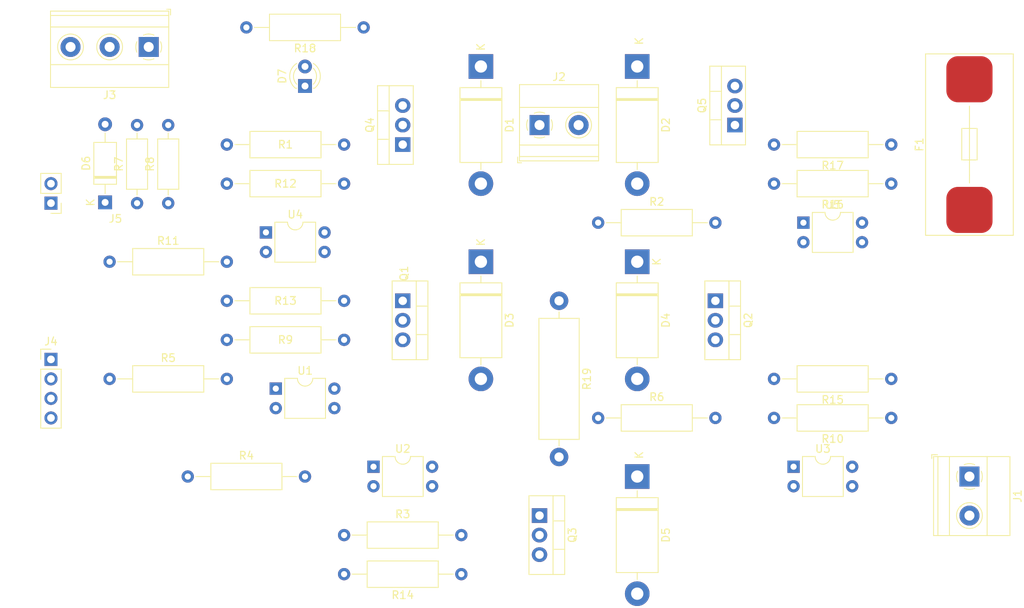
<source format=kicad_pcb>
(kicad_pcb (version 20240108) (generator "pcbnew") (generator_version "8.0")
  (layers (0 "F.Cu" signal) (31 "B.Cu" signal) (34 "B.Paste" user) (35 "F.Paste" user) (36 "B.SilkS" user "B.Silkscreen") (37 "F.SilkS" user "F.Silkscreen") (38 "B.Mask" user) (39 "F.Mask" user) (44 "Edge.Cuts" user))
  (net 0 "")
  (net 1 "VMotor")
  (net 2 "Motor+")
  (net 3 "Motor-")
  (net 4 "Net-(D3-A)")
  (net 5 "PotGND")
  (net 6 "MeasureUno")
  (net 7 "+24V")
  (net 8 "PotMeasure")
  (net 9 "INA")
  (net 10 "INB")
  (net 11 "ENABLE")
  (net 12 "Net-(Q1-G)")
  (net 13 "Net-(Q2-G)")
  (net 14 "Net-(Q3-G)")
  (net 15 "Net-(Q4-G)")
  (net 16 "Net-(Q5-G)")
  (net 17 "Net-(R2-Pad2)")
  (net 18 "Net-(R3-Pad1)")
  (net 19 "Net-(R4-Pad2)")
  (net 20 "Net-(R5-Pad2)")
  (net 21 "Net-(R6-Pad2)")
  (net 22 "Net-(R11-Pad2)")
  (net 23 "Net-(R12-Pad1)")
  (net 24 "Net-(R13-Pad1)")
  (net 25 "Net-(R15-Pad1)")
  (net 26 "Net-(R16-Pad1)")
  (net 27 "Net-(D7-K)")
  (footprint "TerminalBlock_Phoenix:TerminalBlock_Phoenix_MKDS-1,5-2-5.08_1x02_P5.08mm_Horizontal" (layer "F.Cu") (at 139.7 48.26)
    (property "Reference" "J2" (at 2.54 -6.26 0) (layer "F.SilkS"))
    (property "Value" "Sortie Moteur")
    (fp_line (start -2.84 4.16) (end -2.84 4.9) (stroke (width 0.12)) (layer "F.SilkS"))
    (fp_line (start -2.84 4.9) (end -2.34 4.9) (stroke (width 0.12)) (layer "F.SilkS"))
    (fp_line (start -2.6 -5.261) (end -2.6 4.66) (stroke (width 0.12)) (layer "F.SilkS"))
    (fp_line (start -2.6 -5.261) (end 7.68 -5.261) (stroke (width 0.12)) (layer "F.SilkS"))
    (fp_line (start -2.6 -2.301) (end 7.68 -2.301) (stroke (width 0.12)) (layer "F.SilkS"))
    (fp_line (start -2.6 2.6) (end 7.68 2.6) (stroke (width 0.12)) (layer "F.SilkS"))
    (fp_line (start -2.6 4.1) (end 7.68 4.1) (stroke (width 0.12)) (layer "F.SilkS"))
    (fp_line (start -2.6 4.66) (end 7.68 4.66) (stroke (width 0.12)) (layer "F.SilkS"))
    (fp_line (start 3.853 1.023) (end 3.806 1.069) (stroke (width 0.12)) (layer "F.SilkS"))
    (fp_line (start 4.046 1.239) (end 4.011 1.274) (stroke (width 0.12)) (layer "F.SilkS"))
    (fp_line (start 6.15 -1.275) (end 6.115 -1.239) (stroke (width 0.12)) (layer "F.SilkS"))
    (fp_line (start 6.355 -1.069) (end 6.308 -1.023) (stroke (width 0.12)) (layer "F.SilkS"))
    (fp_line (start 7.68 -5.261) (end 7.68 4.66) (stroke (width 0.12)) (layer "F.SilkS"))
    (fp_arc (start -1.535427 0.683042) (mid -1.680501 -0.000524) (end -1.535 -0.684) (stroke (width 0.12)) (layer "F.SilkS"))
    (fp_arc (start -0.683042 -1.535427) (mid 0.000524 -1.680501) (end 0.684 -1.535) (stroke (width 0.12)) (layer "F.SilkS"))
    (fp_arc (start 0.028805 1.680253) (mid -0.335551 1.646659) (end -0.684 1.535) (stroke (width 0.12)) (layer "F.SilkS"))
    (fp_arc (start 0.683318 1.534756) (mid 0.349292 1.643288) (end 0 1.68) (stroke (width 0.12)) (layer "F.SilkS"))
    (fp_arc (start 1.535427 -0.683042) (mid 1.680501 0.000524) (end 1.535 0.684) (stroke (width 0.12)) (layer "F.SilkS"))
    (fp_circle (center 5.08 0) (end 6.76 0) (stroke (width 0.12)) (fill none) (layer "F.SilkS"))
    (pad "1" thru_hole rect (at 0 0) (size 2.6 2.6) (drill 1.3) (layers "*.Cu" "*.Mask") (net 2 "Motor+"))
    (pad "2" thru_hole circle (at 5.08 0) (size 2.6 2.6) (drill 1.3) (layers "*.Cu" "*.Mask") (net 3 "Motor-"))
  )
  (footprint "PCM_Fuse_Handsoldering_AKL:Fuseholder_Cylinder-5x20mm_Schurter_OGN-SMD_Horizontal_Open" (layer "F.Cu") (at 195.58 50.8 90)
    (property "Reference" "F1" (at 0 -6.5 90) (layer "F.SilkS"))
    (property "Value" "4A TD" (hide yes))
    (fp_line (start 11.8 -5.7) (end -11.8 -5.7) (stroke (width 0.12)) (layer "F.SilkS"))
    (fp_line (start -11.8 -5.7) (end -11.8 5.7) (stroke (width 0.12)) (layer "F.SilkS"))
    (fp_line (start 5 0) (end -4 0) (stroke (width 0.12)) (layer "F.SilkS"))
    (fp_line (start -5 0) (end -4 0) (stroke (width 0.12)) (layer "F.SilkS"))
    (fp_line (start 11.8 5.7) (end 11.8 -5.7) (stroke (width 0.12)) (layer "F.SilkS"))
    (fp_line (start -11.8 5.7) (end 11.8 5.7) (stroke (width 0.12)) (layer "F.SilkS"))
    (fp_rect (start -2 -1) (end 2.1 1) (stroke (width 0.12)) (fill none) (layer "F.SilkS"))
    (pad "1" smd roundrect (at -8.5 0 90) (size 6 6) (layers "F.Cu" "F.Paste" "F.Mask") (net 7 "+24V"))
    (pad "2" smd roundrect (at 8.5 0 90) (size 6 6) (layers "F.Cu" "F.Paste" "F.Mask") (net 1 "VMotor"))
  )
  (footprint "Package_DIP:DIP-4_W7.62mm" (layer "F.Cu") (at 104.14 62.225)
    (property "Reference" "U4" (at 3.81 -2.33 0) (layer "F.SilkS"))
    (property "Value" "PC817")
    (fp_line (start 1.16 -1.33) (end 1.16 3.87) (stroke (width 0.12)) (layer "F.SilkS"))
    (fp_line (start 1.16 3.87) (end 6.46 3.87) (stroke (width 0.12)) (layer "F.SilkS"))
    (fp_line (start 2.81 -1.33) (end 1.16 -1.33) (stroke (width 0.12)) (layer "F.SilkS"))
    (fp_line (start 6.46 -1.33) (end 4.81 -1.33) (stroke (width 0.12)) (layer "F.SilkS"))
    (fp_line (start 6.46 3.87) (end 6.46 -1.33) (stroke (width 0.12)) (layer "F.SilkS"))
    (fp_arc (start 4.81 -1.33) (mid 3.81 -0.33) (end 2.81 -1.33) (stroke (width 0.12)) (layer "F.SilkS"))
    (pad "1" thru_hole rect (at 0 0) (size 1.6 1.6) (drill 0.8) (layers "*.Cu" "*.Mask") (net 22 "Net-(R11-Pad2)"))
    (pad "2" thru_hole oval (at 0 2.54) (size 1.6 1.6) (drill 0.8) (layers "*.Cu" "*.Mask") (net 5 "PotGND"))
    (pad "3" thru_hole oval (at 7.62 2.54) (size 1.6 1.6) (drill 0.8) (layers "*.Cu" "*.Mask") (net 5 "PotGND"))
    (pad "4" thru_hole oval (at 7.62 0) (size 1.6 1.6) (drill 0.8) (layers "*.Cu" "*.Mask") (net 23 "Net-(R12-Pad1)"))
  )
  (footprint "Resistor_THT:R_Axial_DIN0309_L9.0mm_D3.2mm_P15.24mm_Horizontal" (layer "F.Cu") (at 114.3 55.88 180)
    (property "Reference" "R12" (at 7.62 0 0) (layer "F.SilkS"))
    (property "Value" "2.2K")
    (fp_line (start 14.2 0) (end 12.24 0) (stroke (width 0.12)) (layer "F.SilkS"))
    (fp_line (start 12.24 1.72) (end 12.24 -1.72) (stroke (width 0.12)) (layer "F.SilkS"))
    (fp_line (start 12.24 -1.72) (end 3 -1.72) (stroke (width 0.12)) (layer "F.SilkS"))
    (fp_line (start 3 1.72) (end 12.24 1.72) (stroke (width 0.12)) (layer "F.SilkS"))
    (fp_line (start 3 -1.72) (end 3 1.72) (stroke (width 0.12)) (layer "F.SilkS"))
    (fp_line (start 1.04 0) (end 3 0) (stroke (width 0.12)) (layer "F.SilkS"))
    (pad "1" thru_hole circle (at 0 0 180) (size 1.6 1.6) (drill 0.8) (layers "*.Cu" "*.Mask") (net 23 "Net-(R12-Pad1)"))
    (pad "2" thru_hole oval (at 15.24 0 180) (size 1.6 1.6) (drill 0.8) (layers "*.Cu" "*.Mask") (net 15 "Net-(Q4-G)"))
  )
  (footprint "Diode_THT:D_DO-201AD_P15.24mm_Horizontal" (layer "F.Cu") (at 152.4 93.98 -90)
    (property "Reference" "D5" (at 7.62 -3.72 90) (layer "F.SilkS"))
    (property "Value" "1N5406")
    (fp_line (start 2.75 2.72) (end 12.49 2.72) (stroke (width 0.12)) (layer "F.SilkS"))
    (fp_line (start 12.49 2.72) (end 12.49 -2.72) (stroke (width 0.12)) (layer "F.SilkS"))
    (fp_line (start 1.84 0) (end 2.75 0) (stroke (width 0.12)) (layer "F.SilkS"))
    (fp_line (start 13.4 0) (end 12.49 0) (stroke (width 0.12)) (layer "F.SilkS"))
    (fp_line (start 2.75 -2.72) (end 2.75 2.72) (stroke (width 0.12)) (layer "F.SilkS"))
    (fp_line (start 4.175 -2.72) (end 4.175 2.72) (stroke (width 0.12)) (layer "F.SilkS"))
    (fp_line (start 4.295 -2.72) (end 4.295 2.72) (stroke (width 0.12)) (layer "F.SilkS"))
    (fp_line (start 4.415 -2.72) (end 4.415 2.72) (stroke (width 0.12)) (layer "F.SilkS"))
    (fp_line (start 12.49 -2.72) (end 2.75 -2.72) (stroke (width 0.12)) (layer "F.SilkS"))
    (fp_text user "K" (at -2.794 -0.254 90) (layer "F.SilkS"))
    (pad "1" thru_hole rect (at 0 0 270) (size 3.2 3.2) (drill 1.6) (layers "*.Cu" "*.Mask") (net 4 "Net-(D3-A)"))
    (pad "2" thru_hole oval (at 15.24 0 270) (size 3.2 3.2) (drill 1.6) (layers "*.Cu" "*.Mask") (net 5 "PotGND"))
  )
  (footprint "Connector_PinHeader_2.54mm:PinHeader_1x02_P2.54mm_Vertical" (layer "F.Cu") (at 76.2 58.42 180)
    (property "Reference" "J5" (at -8.387 -2.032 0) (layer "F.SilkS"))
    (property "Value" "Sortie Mesure vers UNO")
    (fp_line (start 1.33 1.27) (end 1.33 3.87) (stroke (width 0.12)) (layer "F.SilkS"))
    (fp_line (start -1.33 3.87) (end 1.33 3.87) (stroke (width 0.12)) (layer "F.SilkS"))
    (fp_line (start -1.33 1.27) (end 1.33 1.27) (stroke (width 0.12)) (layer "F.SilkS"))
    (fp_line (start -1.33 1.27) (end -1.33 3.87) (stroke (width 0.12)) (layer "F.SilkS"))
    (fp_line (start -1.33 0) (end -1.33 -1.33) (stroke (width 0.12)) (layer "F.SilkS"))
    (fp_line (start -1.33 -1.33) (end 0 -1.33) (stroke (width 0.12)) (layer "F.SilkS"))
    (pad "1" thru_hole rect (at 0 0 180) (size 1.7 1.7) (drill 1) (layers "*.Cu" "*.Mask") (net 6 "MeasureUno"))
    (pad "2" thru_hole oval (at 0 2.54 180) (size 1.7 1.7) (drill 1) (layers "*.Cu" "*.Mask") (net 5 "PotGND"))
  )
  (footprint "Package_DIP:DIP-4_W7.62mm" (layer "F.Cu") (at 172.72 92.705)
    (property "Reference" "U3" (at 3.81 -2.33 0) (layer "F.SilkS"))
    (property "Value" "PC817")
    (fp_line (start 1.16 -1.33) (end 1.16 3.87) (stroke (width 0.12)) (layer "F.SilkS"))
    (fp_line (start 1.16 3.87) (end 6.46 3.87) (stroke (width 0.12)) (layer "F.SilkS"))
    (fp_line (start 2.81 -1.33) (end 1.16 -1.33) (stroke (width 0.12)) (layer "F.SilkS"))
    (fp_line (start 6.46 -1.33) (end 4.81 -1.33) (stroke (width 0.12)) (layer "F.SilkS"))
    (fp_line (start 6.46 3.87) (end 6.46 -1.33) (stroke (width 0.12)) (layer "F.SilkS"))
    (fp_arc (start 4.81 -1.33) (mid 3.81 -0.33) (end 2.81 -1.33) (stroke (width 0.12)) (layer "F.SilkS"))
    (pad "1" thru_hole rect (at 0 0) (size 1.6 1.6) (drill 0.8) (layers "*.Cu" "*.Mask") (net 21 "Net-(R6-Pad2)"))
    (pad "2" thru_hole oval (at 0 2.54) (size 1.6 1.6) (drill 0.8) (layers "*.Cu" "*.Mask") (net 5 "PotGND"))
    (pad "3" thru_hole oval (at 7.62 2.54) (size 1.6 1.6) (drill 0.8) (layers "*.Cu" "*.Mask") (net 25 "Net-(R15-Pad1)"))
    (pad "4" thru_hole oval (at 7.62 0) (size 1.6 1.6) (drill 0.8) (layers "*.Cu" "*.Mask") (net 1 "VMotor"))
  )
  (footprint "LED_THT:LED_D3.0mm" (layer "F.Cu") (at 109.22 43.18 90)
    (property "Reference" "D7" (at 1.27 -2.96 90) (layer "F.SilkS"))
    (property "Value" "LED")
    (fp_line (start -0.29 -1.236) (end -0.29 -1.08) (stroke (width 0.12)) (layer "F.SilkS"))
    (fp_line (start -0.29 1.08) (end -0.29 1.236) (stroke (width 0.12)) (layer "F.SilkS"))
    (fp_arc (start -0.29 -1.235516) (mid 1.366487 -1.987659) (end 2.942335 -1.078608) (stroke (width 0.12)) (layer "F.SilkS"))
    (fp_arc (start 0.229039 -1.08) (mid 1.270117 -1.5) (end 2.31113 -1.079837) (stroke (width 0.12)) (layer "F.SilkS"))
    (fp_arc (start 2.942335 1.078608) (mid 1.366487 1.987659) (end -0.29 1.235516) (stroke (width 0.12)) (layer "F.SilkS"))
    (fp_arc (start 2.31113 1.079837) (mid 1.270117 1.5) (end 0.229039 1.08) (stroke (width 0.12)) (layer "F.SilkS"))
    (pad "1" thru_hole rect (at 0 0 90) (size 1.8 1.8) (drill 0.9) (layers "*.Cu" "*.Mask") (net 27 "Net-(D7-K)"))
    (pad "2" thru_hole circle (at 2.54 0 90) (size 1.8 1.8) (drill 0.9) (layers "*.Cu" "*.Mask") (net 1 "VMotor"))
  )
  (footprint "TerminalBlock_Phoenix:TerminalBlock_Phoenix_MKDS-1,5-2-5.08_1x02_P5.08mm_Horizontal" (layer "F.Cu") (at 195.58 93.98 -90)
    (property "Reference" "J1" (at 2.54 -6.26 90) (layer "F.SilkS"))
    (property "Value" "Alimentation Batterie 24V")
    (fp_line (start -2.84 4.9) (end -2.34 4.9) (stroke (width 0.12)) (layer "F.SilkS"))
    (fp_line (start -2.6 4.66) (end 7.68 4.66) (stroke (width 0.12)) (layer "F.SilkS"))
    (fp_line (start -2.84 4.16) (end -2.84 4.9) (stroke (width 0.12)) (layer "F.SilkS"))
    (fp_line (start -2.6 4.1) (end 7.68 4.1) (stroke (width 0.12)) (layer "F.SilkS"))
    (fp_line (start -2.6 2.6) (end 7.68 2.6) (stroke (width 0.12)) (layer "F.SilkS"))
    (fp_line (start 4.046 1.239) (end 4.011 1.274) (stroke (width 0.12)) (layer "F.SilkS"))
    (fp_line (start 3.853 1.023) (end 3.806 1.069) (stroke (width 0.12)) (layer "F.SilkS"))
    (fp_line (start 6.355 -1.069) (end 6.308 -1.023) (stroke (width 0.12)) (layer "F.SilkS"))
    (fp_line (start 6.15 -1.275) (end 6.115 -1.239) (stroke (width 0.12)) (layer "F.SilkS"))
    (fp_line (start -2.6 -2.301) (end 7.68 -2.301) (stroke (width 0.12)) (layer "F.SilkS"))
    (fp_line (start -2.6 -5.261) (end -2.6 4.66) (stroke (width 0.12)) (layer "F.SilkS"))
    (fp_line (start -2.6 -5.261) (end 7.68 -5.261) (stroke (width 0.12)) (layer "F.SilkS"))
    (fp_line (start 7.68 -5.261) (end 7.68 4.66) (stroke (width 0.12)) (layer "F.SilkS"))
    (fp_arc (start 0.028805 1.680253) (mid -0.335551 1.646659) (end -0.684 1.535) (stroke (width 0.12)) (layer "F.SilkS"))
    (fp_arc (start 0.683318 1.534756) (mid 0.349292 1.643288) (end 0 1.68) (stroke (width 0.12)) (layer "F.SilkS"))
    (fp_arc (start -1.535427 0.683042) (mid -1.680501 -0.000524) (end -1.535 -0.684) (stroke (width 0.12)) (layer "F.SilkS"))
    (fp_arc (start 1.535427 -0.683042) (mid 1.680501 0.000524) (end 1.535 0.684) (stroke (width 0.12)) (layer "F.SilkS"))
    (fp_arc (start -0.683042 -1.535427) (mid 0.000524 -1.680501) (end 0.684 -1.535) (stroke (width 0.12)) (layer "F.SilkS"))
    (fp_circle (center 5.08 0) (end 6.76 0) (stroke (width 0.12)) (fill none) (layer "F.SilkS"))
    (pad "1" thru_hole rect (at 0 0 270) (size 2.6 2.6) (drill 1.3) (layers "*.Cu" "*.Mask") (net 7 "+24V"))
    (pad "2" thru_hole circle (at 5.08 0 270) (size 2.6 2.6) (drill 1.3) (layers "*.Cu" "*.Mask") (net 5 "PotGND"))
  )
  (footprint "Package_DIP:DIP-4_W7.62mm" (layer "F.Cu") (at 118.12 92.705)
    (property "Reference" "U2" (at 3.81 -2.33 0) (layer "F.SilkS"))
    (property "Value" "PC817")
    (fp_line (start 1.16 -1.33) (end 1.16 3.87) (stroke (width 0.12)) (layer "F.SilkS"))
    (fp_line (start 1.16 3.87) (end 6.46 3.87) (stroke (width 0.12)) (layer "F.SilkS"))
    (fp_line (start 2.81 -1.33) (end 1.16 -1.33) (stroke (width 0.12)) (layer "F.SilkS"))
    (fp_line (start 6.46 -1.33) (end 4.81 -1.33) (stroke (width 0.12)) (layer "F.SilkS"))
    (fp_line (start 6.46 3.87) (end 6.46 -1.33) (stroke (width 0.12)) (layer "F.SilkS"))
    (fp_arc (start 4.81 -1.33) (mid 3.81 -0.33) (end 2.81 -1.33) (stroke (width 0.12)) (layer "F.SilkS"))
    (pad "1" thru_hole rect (at 0 0) (size 1.6 1.6) (drill 0.8) (layers "*.Cu" "*.Mask") (net 19 "Net-(R4-Pad2)"))
    (pad "2" thru_hole oval (at 0 2.54) (size 1.6 1.6) (drill 0.8) (layers "*.Cu" "*.Mask") (net 5 "PotGND"))
    (pad "3" thru_hole oval (at 7.62 2.54) (size 1.6 1.6) (drill 0.8) (layers "*.Cu" "*.Mask") (net 18 "Net-(R3-Pad1)"))
    (pad "4" thru_hole oval (at 7.62 0) (size 1.6 1.6) (drill 0.8) (layers "*.Cu" "*.Mask") (net 1 "VMotor"))
  )
  (footprint "Package_TO_SOT_THT:TO-220-3_Vertical" (layer "F.Cu") (at 162.56 71.12 -90)
    (property "Reference" "Q2" (at 2.54 -4.27 90) (layer "F.SilkS"))
    (property "Value" "IRF520")
    (fp_line (start -2.58 1.371) (end 7.66 1.371) (stroke (width 0.12)) (layer "F.SilkS"))
    (fp_line (start -2.58 -1.76) (end 7.66 -1.76) (stroke (width 0.12)) (layer "F.SilkS"))
    (fp_line (start -2.58 -3.27) (end -2.58 1.371) (stroke (width 0.12)) (layer "F.SilkS"))
    (fp_line (start -2.58 -3.27) (end 7.66 -3.27) (stroke (width 0.12)) (layer "F.SilkS"))
    (fp_line (start 0.69 -3.27) (end 0.69 -1.76) (stroke (width 0.12)) (layer "F.SilkS"))
    (fp_line (start 4.391 -3.27) (end 4.391 -1.76) (stroke (width 0.12)) (layer "F.SilkS"))
    (fp_line (start 7.66 -3.27) (end 7.66 1.371) (stroke (width 0.12)) (layer "F.SilkS"))
    (pad "1" thru_hole rect (at 0 0 270) (size 1.905 2) (drill 1.1) (layers "*.Cu" "*.Mask") (net 13 "Net-(Q2-G)"))
    (pad "2" thru_hole oval (at 2.54 0 270) (size 1.905 2) (drill 1.1) (layers "*.Cu" "*.Mask") (net 3 "Motor-"))
    (pad "3" thru_hole oval (at 5.08 0 270) (size 1.905 2) (drill 1.1) (layers "*.Cu" "*.Mask") (net 4 "Net-(D3-A)"))
  )
  (footprint "Package_DIP:DIP-4_W7.62mm" (layer "F.Cu") (at 174 60.96)
    (property "Reference" "U5" (at 3.81 -2.33 0) (layer "F.SilkS"))
    (property "Value" "PC817")
    (fp_line (start 1.16 -1.33) (end 1.16 3.87) (stroke (width 0.12)) (layer "F.SilkS"))
    (fp_line (start 1.16 3.87) (end 6.46 3.87) (stroke (width 0.12)) (layer "F.SilkS"))
    (fp_line (start 2.81 -1.33) (end 1.16 -1.33) (stroke (width 0.12)) (layer "F.SilkS"))
    (fp_line (start 6.46 -1.33) (end 4.81 -1.33) (stroke (width 0.12)) (layer "F.SilkS"))
    (fp_line (start 6.46 3.87) (end 6.46 -1.33) (stroke (width 0.12)) (layer "F.SilkS"))
    (fp_arc (start 4.81 -1.33) (mid 3.81 -0.33) (end 2.81 -1.33) (stroke (width 0.12)) (layer "F.SilkS"))
    (pad "1" thru_hole rect (at 0 0) (size 1.6 1.6) (drill 0.8) (layers "*.Cu" "*.Mask") (net 17 "Net-(R2-Pad2)"))
    (pad "2" thru_hole oval (at 0 2.54) (size 1.6 1.6) (drill 0.8) (layers "*.Cu" "*.Mask") (net 5 "PotGND"))
    (pad "3" thru_hole oval (at 7.62 2.54) (size 1.6 1.6) (drill 0.8) (layers "*.Cu" "*.Mask") (net 5 "PotGND"))
    (pad "4" thru_hole oval (at 7.62 0) (size 1.6 1.6) (drill 0.8) (layers "*.Cu" "*.Mask") (net 26 "Net-(R16-Pad1)"))
  )
  (footprint "Resistor_THT:R_Axial_DIN0309_L9.0mm_D3.2mm_P15.24mm_Horizontal" (layer "F.Cu") (at 114.3 101.6)
    (property "Reference" "R3" (at 7.62 -2.72 0) (layer "F.SilkS"))
    (property "Value" "2.2K")
    (fp_line (start 1.04 0) (end 3 0) (stroke (width 0.12)) (layer "F.SilkS"))
    (fp_line (start 3 -1.72) (end 3 1.72) (stroke (width 0.12)) (layer "F.SilkS"))
    (fp_line (start 3 1.72) (end 12.24 1.72) (stroke (width 0.12)) (layer "F.SilkS"))
    (fp_line (start 12.24 -1.72) (end 3 -1.72) (stroke (width 0.12)) (layer "F.SilkS"))
    (fp_line (start 12.24 1.72) (end 12.24 -1.72) (stroke (width 0.12)) (layer "F.SilkS"))
    (fp_line (start 14.2 0) (end 12.24 0) (stroke (width 0.12)) (layer "F.SilkS"))
    (pad "1" thru_hole circle (at 0 0) (size 1.6 1.6) (drill 0.8) (layers "*.Cu" "*.Mask") (net 18 "Net-(R3-Pad1)"))
    (pad "2" thru_hole oval (at 15.24 0) (size 1.6 1.6) (drill 0.8) (layers "*.Cu" "*.Mask") (net 14 "Net-(Q3-G)"))
  )
  (footprint "Resistor_THT:R_Axial_DIN0207_L6.3mm_D2.5mm_P10.16mm_Horizontal" (layer "F.Cu") (at 91.44 58.42 90)
    (property "Reference" "R8" (at 5.08 -2.37 90) (layer "F.SilkS"))
    (property "Value" "1K")
    (fp_line (start 8.35 -1.37) (end 1.81 -1.37) (stroke (width 0.12)) (layer "F.SilkS"))
    (fp_line (start 1.81 -1.37) (end 1.81 1.37) (stroke (width 0.12)) (layer "F.SilkS"))
    (fp_line (start 9.12 0) (end 8.35 0) (stroke (width 0.12)) (layer "F.SilkS"))
    (fp_line (start 1.04 0) (end 1.81 0) (stroke (width 0.12)) (layer "F.SilkS"))
    (fp_line (start 8.35 1.37) (end 8.35 -1.37) (stroke (width 0.12)) (layer "F.SilkS"))
    (fp_line (start 1.81 1.37) (end 8.35 1.37) (stroke (width 0.12)) (layer "F.SilkS"))
    (pad "1" thru_hole circle (at 0 0 90) (size 1.6 1.6) (drill 0.8) (layers "*.Cu" "*.Mask") (net 6 "MeasureUno"))
    (pad "2" thru_hole oval (at 10.16 0 90) (size 1.6 1.6) (drill 0.8) (layers "*.Cu" "*.Mask") (net 5 "PotGND"))
  )
  (footprint "Resistor_THT:R_Axial_DIN0309_L9.0mm_D3.2mm_P15.24mm_Horizontal" (layer "F.Cu") (at 185.42 55.88 180)
    (property "Reference" "R16" (at 7.62 -2.72 180) (layer "F.SilkS"))
    (property "Value" "2.2K")
    (fp_line (start 14.2 0) (end 12.24 0) (stroke (width 0.12)) (layer "F.SilkS"))
    (fp_line (start 12.24 1.72) (end 12.24 -1.72) (stroke (width 0.12)) (layer "F.SilkS"))
    (fp_line (start 12.24 -1.72) (end 3 -1.72) (stroke (width 0.12)) (layer "F.SilkS"))
    (fp_line (start 3 1.72) (end 12.24 1.72) (stroke (width 0.12)) (layer "F.SilkS"))
    (fp_line (start 3 -1.72) (end 3 1.72) (stroke (width 0.12)) (layer "F.SilkS"))
    (fp_line (start 1.04 0) (end 3 0) (stroke (width 0.12)) (layer "F.SilkS"))
    (pad "1" thru_hole circle (at 0 0 180) (size 1.6 1.6) (drill 0.8) (layers "*.Cu" "*.Mask") (net 26 "Net-(R16-Pad1)"))
    (pad "2" thru_hole oval (at 15.24 0 180) (size 1.6 1.6) (drill 0.8) (layers "*.Cu" "*.Mask") (net 16 "Net-(Q5-G)"))
  )
  (footprint "Diode_THT:D_DO-201AD_P15.24mm_Horizontal" (layer "F.Cu") (at 152.4 66.04 -90)
    (property "Reference" "D4" (at 7.62 -3.72 90) (layer "F.SilkS"))
    (property "Value" "1N5406")
    (fp_line (start 2.75 2.72) (end 12.49 2.72) (stroke (width 0.12)) (layer "F.SilkS"))
    (fp_line (start 12.49 2.72) (end 12.49 -2.72) (stroke (width 0.12)) (layer "F.SilkS"))
    (fp_line (start 1.84 0) (end 2.75 0) (stroke (width 0.12)) (layer "F.SilkS"))
    (fp_line (start 13.4 0) (end 12.49 0) (stroke (width 0.12)) (layer "F.SilkS"))
    (fp_line (start 2.75 -2.72) (end 2.75 2.72) (stroke (width 0.12)) (layer "F.SilkS"))
    (fp_line (start 4.175 -2.72) (end 4.175 2.72) (stroke (width 0.12)) (layer "F.SilkS"))
    (fp_line (start 4.295 -2.72) (end 4.295 2.72) (stroke (width 0.12)) (layer "F.SilkS"))
    (fp_line (start 4.415 -2.72) (end 4.415 2.72) (stroke (width 0.12)) (layer "F.SilkS"))
    (fp_line (start 12.49 -2.72) (end 2.75 -2.72) (stroke (width 0.12)) (layer "F.SilkS"))
    (fp_text user "K" (at 0 -2.54 90) (layer "F.SilkS"))
    (pad "1" thru_hole rect (at 0 0 270) (size 3.2 3.2) (drill 1.6) (layers "*.Cu" "*.Mask") (net 3 "Motor-"))
    (pad "2" thru_hole oval (at 15.24 0 270) (size 3.2 3.2) (drill 1.6) (layers "*.Cu" "*.Mask") (net 4 "Net-(D3-A)"))
  )
  (footprint "Package_DIP:DIP-4_W7.62mm" (layer "F.Cu") (at 105.42 82.545)
    (property "Reference" "U1" (at 3.81 -2.33 0) (layer "F.SilkS"))
    (property "Value" "PC817")
    (fp_line (start 1.16 -1.33) (end 1.16 3.87) (stroke (width 0.12)) (layer "F.SilkS"))
    (fp_line (start 1.16 3.87) (end 6.46 3.87) (stroke (width 0.12)) (layer "F.SilkS"))
    (fp_line (start 2.81 -1.33) (end 1.16 -1.33) (stroke (width 0.12)) (layer "F.SilkS"))
    (fp_line (start 6.46 -1.33) (end 4.81 -1.33) (stroke (width 0.12)) (layer "F.SilkS"))
    (fp_line (start 6.46 3.87) (end 6.46 -1.33) (stroke (width 0.12)) (layer "F.SilkS"))
    (fp_arc (start 4.81 -1.33) (mid 3.81 -0.33) (end 2.81 -1.33) (stroke (width 0.12)) (layer "F.SilkS"))
    (pad "1" thru_hole rect (at 0 0) (size 1.6 1.6) (drill 0.8) (layers "*.Cu" "*.Mask") (net 20 "Net-(R5-Pad2)"))
    (pad "2" thru_hole oval (at 0 2.54) (size 1.6 1.6) (drill 0.8) (layers "*.Cu" "*.Mask") (net 5 "PotGND"))
    (pad "3" thru_hole oval (at 7.62 2.54) (size 1.6 1.6) (drill 0.8) (layers "*.Cu" "*.Mask") (net 24 "Net-(R13-Pad1)"))
    (pad "4" thru_hole oval (at 7.62 0) (size 1.6 1.6) (drill 0.8) (layers "*.Cu" "*.Mask") (net 1 "VMotor"))
  )
  (footprint "Connector_PinHeader_2.54mm:PinHeader_1x04_P2.54mm_Vertical" (layer "F.Cu") (at 76.2 78.74)
    (property "Reference" "J4" (at 0 -2.33 360) (layer "F.SilkS"))
    (property "Value" "Controle du Pont")
    (fp_line (start -1.33 -1.33) (end 0 -1.33) (stroke (width 0.12)) (layer "F.SilkS"))
    (fp_line (start -1.33 0) (end -1.33 -1.33) (stroke (width 0.12)) (layer "F.SilkS"))
    (fp_line (start -1.33 1.27) (end -1.33 8.95) (stroke (width 0.12)) (layer "F.SilkS"))
    (fp_line (start -1.33 1.27) (end 1.33 1.27) (stroke (width 0.12)) (layer "F.SilkS"))
    (fp_line (start -1.33 8.95) (end 1.33 8.95) (stroke (width 0.12)) (layer "F.SilkS"))
    (fp_line (start 1.33 1.27) (end 1.33 8.95) (stroke (width 0.12)) (layer "F.SilkS"))
    (pad "1" thru_hole rect (at 0 0) (size 1.7 1.7) (drill 1) (layers "*.Cu" "*.Mask") (net 9 "INA"))
    (pad "2" thru_hole oval (at 0 2.54) (size 1.7 1.7) (drill 1) (layers "*.Cu" "*.Mask") (net 10 "INB"))
    (pad "3" thru_hole oval (at 0 5.08) (size 1.7 1.7) (drill 1) (layers "*.Cu" "*.Mask") (net 11 "ENABLE"))
    (pad "4" thru_hole oval (at 0 7.62) (size 1.7 1.7) (drill 1) (layers "*.Cu" "*.Mask") (net 5 "PotGND"))
  )
  (footprint "Resistor_THT:R_Axial_DIN0309_L9.0mm_D3.2mm_P15.24mm_Horizontal" (layer "F.Cu") (at 83.82 66.04)
    (property "Reference" "R11" (at 7.62 -2.72 0) (layer "F.SilkS"))
    (property "Value" "470")
    (fp_line (start 1.04 0) (end 3 0) (stroke (width 0.12)) (layer "F.SilkS"))
    (fp_line (start 3 -1.72) (end 3 1.72) (stroke (width 0.12)) (layer "F.SilkS"))
    (fp_line (start 3 1.72) (end 12.24 1.72) (stroke (width 0.12)) (layer "F.SilkS"))
    (fp_line (start 12.24 -1.72) (end 3 -1.72) (stroke (width 0.12)) (layer "F.SilkS"))
    (fp_line (start 12.24 1.72) (end 12.24 -1.72) (stroke (width 0.12)) (layer "F.SilkS"))
    (fp_line (start 14.2 0) (end 12.24 0) (stroke (width 0.12)) (layer "F.SilkS"))
    (pad "1" thru_hole circle (at 0 0) (size 1.6 1.6) (drill 0.8) (layers "*.Cu" "*.Mask") (net 9 "INA"))
    (pad "2" thru_hole oval (at 15.24 0) (size 1.6 1.6) (drill 0.8) (layers "*.Cu" "*.Mask") (net 22 "Net-(R11-Pad2)"))
  )
  (footprint "Resistor_THT:R_Axial_DIN0207_L6.3mm_D2.5mm_P10.16mm_Horizontal" (layer "F.Cu") (at 87.39 58.42 90)
    (property "Reference" "R7" (at 5.08 -2.37 90) (layer "F.SilkS"))
    (property "Value" "2.7K")
    (fp_line (start 8.35 -1.37) (end 1.81 -1.37) (stroke (width 0.12)) (layer "F.SilkS"))
    (fp_line (start 1.81 -1.37) (end 1.81 1.37) (stroke (width 0.12)) (layer "F.SilkS"))
    (fp_line (start 9.12 0) (end 8.35 0) (stroke (width 0.12)) (layer "F.SilkS"))
    (fp_line (start 1.04 0) (end 1.81 0) (stroke (width 0.12)) (layer "F.SilkS"))
    (fp_line (start 8.35 1.37) (end 8.35 -1.37) (stroke (width 0.12)) (layer "F.SilkS"))
    (fp_line (start 1.81 1.37) (end 8.35 1.37) (stroke (width 0.12)) (layer "F.SilkS"))
    (pad "1" thru_hole circle (at 0 0 90) (size 1.6 1.6) (drill 0.8) (layers "*.Cu" "*.Mask") (net 6 "MeasureUno"))
    (pad "2" thru_hole oval (at 10.16 0 90) (size 1.6 1.6) (drill 0.8) (layers "*.Cu" "*.Mask") (net 8 "PotMeasure"))
  )
  (footprint "Resistor_THT:R_Axial_DIN0309_L9.0mm_D3.2mm_P15.24mm_Horizontal" (layer "F.Cu") (at 116.84 35.56 180)
    (property "Reference" "R18" (at 7.62 -2.72 180) (layer "F.SilkS"))
    (property "Value" "3.3K")
    (fp_line (start 14.2 0) (end 12.24 0) (stroke (width 0.12)) (layer "F.SilkS"))
    (fp_line (start 12.24 1.72) (end 12.24 -1.72) (stroke (width 0.12)) (layer "F.SilkS"))
    (fp_line (start 12.24 -1.72) (end 3 -1.72) (stroke (width 0.12)) (layer "F.SilkS"))
    (fp_line (start 3 1.72) (end 12.24 1.72) (stroke (width 0.12)) (layer "F.SilkS"))
    (fp_line (start 3 -1.72) (end 3 1.72) (stroke (width 0.12)) (layer "F.SilkS"))
    (fp_line (start 1.04 0) (end 3 0) (stroke (width 0.12)) (layer "F.SilkS"))
    (pad "1" thru_hole circle (at 0 0 180) (size 1.6 1.6) (drill 0.8) (layers "*.Cu" "*.Mask") (net 27 "Net-(D7-K)"))
    (pad "2" thru_hole oval (at 15.24 0 180) (size 1.6 1.6) (drill 0.8) (layers "*.Cu" "*.Mask") (net 5 "PotGND"))
  )
  (footprint "Resistor_THT:R_Axial_DIN0309_L9.0mm_D3.2mm_P15.24mm_Horizontal" (layer "F.Cu") (at 185.42 86.36 180)
    (property "Reference" "R10" (at 7.62 -2.72 180) (layer "F.SilkS"))
    (property "Value" "1K")
    (fp_line (start 14.2 0) (end 12.24 0) (stroke (width 0.12)) (layer "F.SilkS"))
    (fp_line (start 12.24 1.72) (end 12.24 -1.72) (stroke (width 0.12)) (layer "F.SilkS"))
    (fp_line (start 12.24 -1.72) (end 3 -1.72) (stroke (width 0.12)) (layer "F.SilkS"))
    (fp_line (start 3 1.72) (end 12.24 1.72) (stroke (width 0.12)) (layer "F.SilkS"))
    (fp_line (start 3 -1.72) (end 3 1.72) (stroke (width 0.12)) (layer "F.SilkS"))
    (fp_line (start 1.04 0) (end 3 0) (stroke (width 0.12)) (layer "F.SilkS"))
    (pad "1" thru_hole circle (at 0 0 180) (size 1.6 1.6) (drill 0.8) (layers "*.Cu" "*.Mask") (net 13 "Net-(Q2-G)"))
    (pad "2" thru_hole oval (at 15.24 0 180) (size 1.6 1.6) (drill 0.8) (layers "*.Cu" "*.Mask") (net 4 "Net-(D3-A)"))
  )
  (footprint "Package_TO_SOT_THT:TO-220-3_Vertical" (layer "F.Cu") (at 139.7 99.06 -90)
    (property "Reference" "Q3" (at 2.54 -4.27 90) (layer "F.SilkS"))
    (property "Value" "IRF520")
    (fp_line (start -2.58 1.371) (end 7.66 1.371) (stroke (width 0.12)) (layer "F.SilkS"))
    (fp_line (start -2.58 -1.76) (end 7.66 -1.76) (stroke (width 0.12)) (layer "F.SilkS"))
    (fp_line (start -2.58 -3.27) (end -2.58 1.371) (stroke (width 0.12)) (layer "F.SilkS"))
    (fp_line (start -2.58 -3.27) (end 7.66 -3.27) (stroke (width 0.12)) (layer "F.SilkS"))
    (fp_line (start 0.69 -3.27) (end 0.69 -1.76) (stroke (width 0.12)) (layer "F.SilkS"))
    (fp_line (start 4.391 -3.27) (end 4.391 -1.76) (stroke (width 0.12)) (layer "F.SilkS"))
    (fp_line (start 7.66 -3.27) (end 7.66 1.371) (stroke (width 0.12)) (layer "F.SilkS"))
    (pad "1" thru_hole rect (at 0 0 270) (size 1.905 2) (drill 1.1) (layers "*.Cu" "*.Mask") (net 14 "Net-(Q3-G)"))
    (pad "2" thru_hole oval (at 2.54 0 270) (size 1.905 2) (drill 1.1) (layers "*.Cu" "*.Mask") (net 4 "Net-(D3-A)"))
    (pad "3" thru_hole oval (at 5.08 0 270) (size 1.905 2) (drill 1.1) (layers "*.Cu" "*.Mask") (net 5 "PotGND"))
  )
  (footprint "Resistor_THT:R_Axial_DIN0309_L9.0mm_D3.2mm_P15.24mm_Horizontal" (layer "F.Cu") (at 114.3 50.8 180)
    (property "Reference" "R1" (at 7.62 0 0) (layer "F.SilkS"))
    (property "Value" "1K")
    (fp_line (start 14.2 0) (end 12.24 0) (stroke (width 0.12)) (layer "F.SilkS"))
    (fp_line (start 12.24 1.72) (end 12.24 -1.72) (stroke (width 0.12)) (layer "F.SilkS"))
    (fp_line (start 12.24 -1.72) (end 3 -1.72) (stroke (width 0.12)) (layer "F.SilkS"))
    (fp_line (start 3 1.72) (end 12.24 1.72) (stroke (width 0.12)) (layer "F.SilkS"))
    (fp_line (start 3 -1.72) (end 3 1.72) (stroke (width 0.12)) (layer "F.SilkS"))
    (fp_line (start 1.04 0) (end 3 0) (stroke (width 0.12)) (layer "F.SilkS"))
    (pad "1" thru_hole circle (at 0 0 180) (size 1.6 1.6) (drill 0.8) (layers "*.Cu" "*.Mask") (net 1 "VMotor"))
    (pad "2" thru_hole oval (at 15.24 0 180) (size 1.6 1.6) (drill 0.8) (layers "*.Cu" "*.Mask") (net 15 "Net-(Q4-G)"))
  )
  (footprint "Package_TO_SOT_THT:TO-220-3_Vertical" (layer "F.Cu") (at 121.92 50.8 90)
    (property "Reference" "Q4" (at 2.54 -4.27 270) (layer "F.SilkS"))
    (property "Value" "IRF4905")
    (fp_line (start 7.66 -3.27) (end 7.66 1.371) (stroke (width 0.12)) (layer "F.SilkS"))
    (fp_line (start 4.391 -3.27) (end 4.391 -1.76) (stroke (width 0.12)) (layer "F.SilkS"))
    (fp_line (start 0.69 -3.27) (end 0.69 -1.76) (stroke (width 0.12)) (layer "F.SilkS"))
    (fp_line (start -2.58 -3.27) (end 7.66 -3.27) (stroke (width 0.12)) (layer "F.SilkS"))
    (fp_line (start -2.58 -3.27) (end -2.58 1.371) (stroke (width 0.12)) (layer "F.SilkS"))
    (fp_line (start -2.58 -1.76) (end 7.66 -1.76) (stroke (width 0.12)) (layer "F.SilkS"))
    (fp_line (start -2.58 1.371) (end 7.66 1.371) (stroke (width 0.12)) (layer "F.SilkS"))
    (pad "1" thru_hole rect (at 0 0 90) (size 1.905 2) (drill 1.1) (layers "*.Cu" "*.Mask") (net 15 "Net-(Q4-G)"))
    (pad "2" thru_hole oval (at 2.54 0 90) (size 1.905 2) (drill 1.1) (layers "*.Cu" "*.Mask") (net 2 "Motor+"))
    (pad "3" thru_hole oval (at 5.08 0 90) (size 1.905 2) (drill 1.1) (layers "*.Cu" "*.Mask") (net 1 "VMotor"))
  )
  (footprint "Diode_THT:D_DO-201AD_P15.24mm_Horizontal" (layer "F.Cu") (at 132.08 40.64 -90)
    (property "Reference" "D1" (at 7.62 -3.72 90) (layer "F.SilkS"))
    (property "Value" "1N5406")
    (fp_line (start 2.75 2.72) (end 12.49 2.72) (stroke (width 0.12)) (layer "F.SilkS"))
    (fp_line (start 12.49 2.72) (end 12.49 -2.72) (stroke (width 0.12)) (layer "F.SilkS"))
    (fp_line (start 1.84 0) (end 2.75 0) (stroke (width 0.12)) (layer "F.SilkS"))
    (fp_line (start 13.4 0) (end 12.49 0) (stroke (width 0.12)) (layer "F.SilkS"))
    (fp_line (start 2.75 -2.72) (end 2.75 2.72) (stroke (width 0.12)) (layer "F.SilkS"))
    (fp_line (start 4.175 -2.72) (end 4.175 2.72) (stroke (width 0.12)) (layer "F.SilkS"))
    (fp_line (start 4.295 -2.72) (end 4.295 2.72) (stroke (width 0.12)) (layer "F.SilkS"))
    (fp_line (start 4.415 -2.72) (end 4.415 2.72) (stroke (width 0.12)) (layer "F.SilkS"))
    (fp_line (start 12.49 -2.72) (end 2.75 -2.72) (stroke (width 0.12)) (layer "F.SilkS"))
    (fp_text user "K" (at -2.54 0 90) (layer "F.SilkS"))
    (pad "1" thru_hole rect (at 0 0 270) (size 3.2 3.2) (drill 1.6) (layers "*.Cu" "*.Mask") (net 1 "VMotor"))
    (pad "2" thru_hole oval (at 15.24 0 270) (size 3.2 3.2) (drill 1.6) (layers "*.Cu" "*.Mask") (net 2 "Motor+"))
  )
  (footprint "Resistor_THT:R_Axial_DIN0309_L9.0mm_D3.2mm_P15.24mm_Horizontal" (layer "F.Cu") (at 147.32 60.96)
    (property "Reference" "R2" (at 7.62 -2.72 0) (layer "F.SilkS"))
    (property "Value" "470")
    (fp_line (start 1.04 0) (end 3 0) (stroke (width 0.12)) (layer "F.SilkS"))
    (fp_line (start 3 -1.72) (end 3 1.72) (stroke (width 0.12)) (layer "F.SilkS"))
    (fp_line (start 3 1.72) (end 12.24 1.72) (stroke (width 0.12)) (layer "F.SilkS"))
    (fp_line (start 12.24 -1.72) (end 3 -1.72) (stroke (width 0.12)) (layer "F.SilkS"))
    (fp_line (start 12.24 1.72) (end 12.24 -1.72) (stroke (width 0.12)) (layer "F.SilkS"))
    (fp_line (start 14.2 0) (end 12.24 0) (stroke (width 0.12)) (layer "F.SilkS"))
    (pad "1" thru_hole circle (at 0 0) (size 1.6 1.6) (drill 0.8) (layers "*.Cu" "*.Mask") (net 10 "INB"))
    (pad "2" thru_hole oval (at 15.24 0) (size 1.6 1.6) (drill 0.8) (layers "*.Cu" "*.Mask") (net 17 "Net-(R2-Pad2)"))
  )
  (footprint "Resistor_THT:R_Axial_DIN0516_L15.5mm_D5.0mm_P20.32mm_Horizontal" (layer "F.Cu") (at 142.24 71.12 -90)
    (property "Reference" "R19" (at 10.16 -3.62 90) (layer "F.SilkS"))
    (property "Value" "1.2K")
    (fp_line (start 2.29 2.62) (end 18.03 2.62) (stroke (width 0.12)) (layer "F.SilkS"))
    (fp_line (start 18.03 2.62) (end 18.03 -2.62) (stroke (width 0.12)) (layer "F.SilkS"))
    (fp_line (start 1.44 0) (end 2.29 0) (stroke (width 0.12)) (layer "F.SilkS"))
    (fp_line (start 18.88 0) (end 18.03 0) (stroke (width 0.12)) (layer "F.SilkS"))
    (fp_line (start 2.29 -2.62) (end 2.29 2.62) (stroke (width 0.12)) (layer "F.SilkS"))
    (fp_line (start 18.03 -2.62) (end 2.29 -2.62) (stroke (width 0.12)) (layer "F.SilkS"))
    (pad "1" thru_hole circle (at 0 0 270) (size 2.4 2.4) (drill 1.2) (layers "*.Cu" "*.Mask") (net 1 "VMotor"))
    (pad "2" thru_hole oval (at 20.32 0 270) (size 2.4 2.4) (drill 1.2) (layers "*.Cu" "*.Mask") (net 4 "Net-(D3-A)"))
  )
  (footprint "TerminalBlock_Phoenix:TerminalBlock_Phoenix_MKDS-1,5-3-5.08_1x03_P5.08mm_Horizontal" (layer "F.Cu") (at 88.905 38.1 180)
    (property "Reference" "J3" (at 5.08 -6.26 180) (layer "F.SilkS"))
    (property "Value" "Potentiometre")
    (fp_line (start 12.76 -5.261) (end 12.76 4.66) (stroke (width 0.12)) (layer "F.SilkS"))
    (fp_line (start 11.435 -1.069) (end 11.388 -1.023) (stroke (width 0.12)) (layer "F.SilkS"))
    (fp_line (start 11.23 -1.275) (end 11.195 -1.239) (stroke (width 0.12)) (layer "F.SilkS"))
    (fp_line (start 9.126 1.239) (end 9.091 1.274) (stroke (width 0.12)) (layer "F.SilkS"))
    (fp_line (start 8.933 1.023) (end 8.886 1.069) (stroke (width 0.12)) (layer "F.SilkS"))
    (fp_line (start 6.355 -1.069) (end 6.308 -1.023) (stroke (width 0.12)) (layer "F.SilkS"))
    (fp_line (start 6.15 -1.275) (end 6.115 -1.239) (stroke (width 0.12)) (layer "F.SilkS"))
    (fp_line (start 4.046 1.239) (end 4.011 1.274) (stroke (width 0.12)) (layer "F.SilkS"))
    (fp_line (start 3.853 1.023) (end 3.806 1.069) (stroke (width 0.12)) (layer "F.SilkS"))
    (fp_line (start -2.6 4.66) (end 12.76 4.66) (stroke (width 0.12)) (layer "F.SilkS"))
    (fp_line (start -2.6 4.1) (end 12.76 4.1) (stroke (width 0.12)) (layer "F.SilkS"))
    (fp_line (start -2.6 2.6) (end 12.76 2.6) (stroke (width 0.12)) (layer "F.SilkS"))
    (fp_line (start -2.6 -2.301) (end 12.76 -2.301) (stroke (width 0.12)) (layer "F.SilkS"))
    (fp_line (start -2.6 -5.261) (end 12.76 -5.261) (stroke (width 0.12)) (layer "F.SilkS"))
    (fp_line (start -2.6 -5.261) (end -2.6 4.66) (stroke (width 0.12)) (layer "F.SilkS"))
    (fp_line (start -2.84 4.9) (end -2.34 4.9) (stroke (width 0.12)) (layer "F.SilkS"))
    (fp_line (start -2.84 4.16) (end -2.84 4.9) (stroke (width 0.12)) (layer "F.SilkS"))
    (fp_arc (start 1.535427 -0.683042) (mid 1.680501 0.000524) (end 1.535 0.684) (stroke (width 0.12)) (layer "F.SilkS"))
    (fp_arc (start 0.683318 1.534756) (mid 0.349292 1.643288) (end 0 1.68) (stroke (width 0.12)) (layer "F.SilkS"))
    (fp_arc (start 0.028805 1.680253) (mid -0.335551 1.646659) (end -0.684 1.535) (stroke (width 0.12)) (layer "F.SilkS"))
    (fp_arc (start -0.683042 -1.535427) (mid 0.000524 -1.680501) (end 0.684 -1.535) (stroke (width 0.12)) (layer "F.SilkS"))
    (fp_arc (start -1.535427 0.683042) (mid -1.680501 -0.000524) (end -1.535 -0.684) (stroke (width 0.12)) (layer "F.SilkS"))
    (fp_circle (center 10.16 0) (end 11.84 0) (stroke (width 0.12)) (fill none) (layer "F.SilkS"))
    (fp_circle (center 5.08 0) (end 6.76 0) (stroke (width 0.12)) (fill none) (layer "F.SilkS"))
    (pad "1" thru_hole rect (at 0 0 180) (size 2.6 2.6) (drill 1.3) (layers "*.Cu" "*.Mask") (net 7 "+24V"))
    (pad "2" thru_hole circle (at 5.08 0 180) (size 2.6 2.6) (drill 1.3) (layers "*.Cu" "*.Mask") (net 8 "PotMeasure"))
    (pad "3" thru_hole circle (at 10.16 0 180) (size 2.6 2.6) (drill 1.3) (layers "*.Cu" "*.Mask") (net 5 "PotGND"))
  )
  (footprint "Resistor_THT:R_Axial_DIN0309_L9.0mm_D3.2mm_P15.24mm_Horizontal" (layer "F.Cu") (at 185.42 50.8 180)
    (property "Reference" "R17" (at 7.62 -2.72 0) (layer "F.SilkS"))
    (property "Value" "1K")
    (fp_line (start 14.2 0) (end 12.24 0) (stroke (width 0.12)) (layer "F.SilkS"))
    (fp_line (start 12.24 1.72) (end 12.24 -1.72) (stroke (width 0.12)) (layer "F.SilkS"))
    (fp_line (start 12.24 -1.72) (end 3 -1.72) (stroke (width 0.12)) (layer "F.SilkS"))
    (fp_line (start 3 1.72) (end 12.24 1.72) (stroke (width 0.12)) (layer "F.SilkS"))
    (fp_line (start 3 -1.72) (end 3 1.72) (stroke (width 0.12)) (layer "F.SilkS"))
    (fp_line (start 1.04 0) (end 3 0) (stroke (width 0.12)) (layer "F.SilkS"))
    (pad "1" thru_hole circle (at 0 0 180) (size 1.6 1.6) (drill 0.8) (layers "*.Cu" "*.Mask") (net 1 "VMotor"))
    (pad "2" thru_hole oval (at 15.24 0 180) (size 1.6 1.6) (drill 0.8) (layers "*.Cu" "*.Mask") (net 16 "Net-(Q5-G)"))
  )
  (footprint "Resistor_THT:R_Axial_DIN0309_L9.0mm_D3.2mm_P15.24mm_Horizontal" (layer "F.Cu") (at 147.32 86.36)
    (property "Reference" "R6" (at 7.62 -2.72 0) (layer "F.SilkS"))
    (property "Value" "470")
    (fp_line (start 1.04 0) (end 3 0) (stroke (width 0.12)) (layer "F.SilkS"))
    (fp_line (start 3 -1.72) (end 3 1.72) (stroke (width 0.12)) (layer "F.SilkS"))
    (fp_line (start 3 1.72) (end 12.24 1.72) (stroke (width 0.12)) (layer "F.SilkS"))
    (fp_line (start 12.24 -1.72) (end 3 -1.72) (stroke (width 0.12)) (layer "F.SilkS"))
    (fp_line (start 12.24 1.72) (end 12.24 -1.72) (stroke (width 0.12)) (layer "F.SilkS"))
    (fp_line (start 14.2 0) (end 12.24 0) (stroke (width 0.12)) (layer "F.SilkS"))
    (pad "1" thru_hole circle (at 0 0) (size 1.6 1.6) (drill 0.8) (layers "*.Cu" "*.Mask") (net 9 "INA"))
    (pad "2" thru_hole oval (at 15.24 0) (size 1.6 1.6) (drill 0.8) (layers "*.Cu" "*.Mask") (net 21 "Net-(R6-Pad2)"))
  )
  (footprint "Diode_THT:D_DO-201AD_P15.24mm_Horizontal" (layer "F.Cu") (at 152.4 40.64 -90)
    (property "Reference" "D2" (at 7.62 -3.72 90) (layer "F.SilkS"))
    (property "Value" "1N5406")
    (fp_line (start 2.75 2.72) (end 12.49 2.72) (stroke (width 0.12)) (layer "F.SilkS"))
    (fp_line (start 12.49 2.72) (end 12.49 -2.72) (stroke (width 0.12)) (layer "F.SilkS"))
    (fp_line (start 1.84 0) (end 2.75 0) (stroke (width 0.12)) (layer "F.SilkS"))
    (fp_line (start 13.4 0) (end 12.49 0) (stroke (width 0.12)) (layer "F.SilkS"))
    (fp_line (start 2.75 -2.72) (end 2.75 2.72) (stroke (width 0.12)) (layer "F.SilkS"))
    (fp_line (start 4.175 -2.72) (end 4.175 2.72) (stroke (width 0.12)) (layer "F.SilkS"))
    (fp_line (start 4.295 -2.72) (end 4.295 2.72) (stroke (width 0.12)) (layer "F.SilkS"))
    (fp_line (start 4.415 -2.72) (end 4.415 2.72) (stroke (width 0.12)) (layer "F.SilkS"))
    (fp_line (start 12.49 -2.72) (end 2.75 -2.72) (stroke (width 0.12)) (layer "F.SilkS"))
    (fp_text user "K" (at -3.302 -0.254 90) (layer "F.SilkS"))
    (pad "1" thru_hole rect (at 0 0 270) (size 3.2 3.2) (drill 1.6) (layers "*.Cu" "*.Mask") (net 1 "VMotor"))
    (pad "2" thru_hole oval (at 15.24 0 270) (size 3.2 3.2) (drill 1.6) (layers "*.Cu" "*.Mask") (net 3 "Motor-"))
  )
  (footprint "Package_TO_SOT_THT:TO-220-3_Vertical" (layer "F.Cu") (at 165.1 48.26 90)
    (property "Reference" "Q5" (at 2.54 -4.27 270) (layer "F.SilkS"))
    (property "Value" "IRF4905")
    (fp_line (start 7.66 -3.27) (end 7.66 1.371) (stroke (width 0.12)) (layer "F.SilkS"))
    (fp_line (start 4.391 -3.27) (end 4.391 -1.76) (stroke (width 0.12)) (layer "F.SilkS"))
    (fp_line (start 0.69 -3.27) (end 0.69 -1.76) (stroke (width 0.12)) (layer "F.SilkS"))
    (fp_line (start -2.58 -3.27) (end 7.66 -3.27) (stroke (width 0.12)) (layer "F.SilkS"))
    (fp_line (start -2.58 -3.27) (end -2.58 1.371) (stroke (width 0.12)) (layer "F.SilkS"))
    (fp_line (start -2.58 -1.76) (end 7.66 -1.76) (stroke (width 0.12)) (layer "F.SilkS"))
    (fp_line (start -2.58 1.371) (end 7.66 1.371) (stroke (width 0.12)) (layer "F.SilkS"))
    (pad "1" thru_hole rect (at 0 0 90) (size 1.905 2) (drill 1.1) (layers "*.Cu" "*.Mask") (net 16 "Net-(Q5-G)"))
    (pad "2" thru_hole oval (at 2.54 0 90) (size 1.905 2) (drill 1.1) (layers "*.Cu" "*.Mask") (net 3 "Motor-"))
    (pad "3" thru_hole oval (at 5.08 0 90) (size 1.905 2) (drill 1.1) (layers "*.Cu" "*.Mask") (net 1 "VMotor"))
  )
  (footprint "Diode_THT:D_A-405_P10.16mm_Horizontal" (layer "F.Cu") (at 83.24 58.32 90)
    (property "Reference" "D6" (at 5.08 -2.47 90) (layer "F.SilkS"))
    (property "Value" "3.3V")
    (fp_line (start 7.8 -1.47) (end 2.36 -1.47) (stroke (width 0.12)) (layer "F.SilkS"))
    (fp_line (start 3.38 -1.47) (end 3.38 1.47) (stroke (width 0.12)) (layer "F.SilkS"))
    (fp_line (start 3.26 -1.47) (end 3.26 1.47) (stroke (width 0.12)) (layer "F.SilkS"))
    (fp_line (start 3.14 -1.47) (end 3.14 1.47) (stroke (width 0.12)) (layer "F.SilkS"))
    (fp_line (start 2.36 -1.47) (end 2.36 1.47) (stroke (width 0.12)) (layer "F.SilkS"))
    (fp_line (start 9.02 0) (end 7.8 0) (stroke (width 0.12)) (layer "F.SilkS"))
    (fp_line (start 1.14 0) (end 2.36 0) (stroke (width 0.12)) (layer "F.SilkS"))
    (fp_line (start 7.8 1.47) (end 7.8 -1.47) (stroke (width 0.12)) (layer "F.SilkS"))
    (fp_line (start 2.36 1.47) (end 7.8 1.47) (stroke (width 0.12)) (layer "F.SilkS"))
    (fp_text user "K" (at 0 -1.9 90) (layer "F.SilkS"))
    (pad "1" thru_hole rect (at 0 0 90) (size 1.8 1.8) (drill 0.9) (layers "*.Cu" "*.Mask") (net 6 "MeasureUno"))
    (pad "2" thru_hole oval (at 10.16 0 90) (size 1.8 1.8) (drill 0.9) (layers "*.Cu" "*.Mask") (net 5 "PotGND"))
  )
  (footprint "Resistor_THT:R_Axial_DIN0309_L9.0mm_D3.2mm_P15.24mm_Horizontal" (layer "F.Cu") (at 99.06 76.2)
    (property "Reference" "R9" (at 7.62 0 360) (layer "F.SilkS"))
    (property "Value" "1K")
    (fp_line (start 1.04 0) (end 3 0) (stroke (width 0.12)) (layer "F.SilkS"))
    (fp_line (start 3 -1.72) (end 3 1.72) (stroke (width 0.12)) (layer "F.SilkS"))
    (fp_line (start 3 1.72) (end 12.24 1.72) (stroke (width 0.12)) (layer "F.SilkS"))
    (fp_line (start 12.24 -1.72) (end 3 -1.72) (stroke (width 0.12)) (layer "F.SilkS"))
    (fp_line (start 12.24 1.72) (end 12.24 -1.72) (stroke (width 0.12)) (layer "F.SilkS"))
    (fp_line (start 14.2 0) (end 12.24 0) (stroke (width 0.12)) (layer "F.SilkS"))
    (pad "1" thru_hole circle (at 0 0) (size 1.6 1.6) (drill 0.8) (layers "*.Cu" "*.Mask") (net 12 "Net-(Q1-G)"))
    (pad "2" thru_hole oval (at 15.24 0) (size 1.6 1.6) (drill 0.8) (layers "*.Cu" "*.Mask") (net 4 "Net-(D3-A)"))
  )
  (footprint "Resistor_THT:R_Axial_DIN0309_L9.0mm_D3.2mm_P15.24mm_Horizontal" (layer "F.Cu") (at 185.42 81.28 180)
    (property "Reference" "R15" (at 7.62 -2.72 180) (layer "F.SilkS"))
    (property "Value" "2.2K")
    (fp_line (start 14.2 0) (end 12.24 0) (stroke (width 0.12)) (layer "F.SilkS"))
    (fp_line (start 12.24 1.72) (end 12.24 -1.72) (stroke (width 0.12)) (layer "F.SilkS"))
    (fp_line (start 12.24 -1.72) (end 3 -1.72) (stroke (width 0.12)) (layer "F.SilkS"))
    (fp_line (start 3 1.72) (end 12.24 1.72) (stroke (width 0.12)) (layer "F.SilkS"))
    (fp_line (start 3 -1.72) (end 3 1.72) (stroke (width 0.12)) (layer "F.SilkS"))
    (fp_line (start 1.04 0) (end 3 0) (stroke (width 0.12)) (layer "F.SilkS"))
    (pad "1" thru_hole circle (at 0 0 180) (size 1.6 1.6) (drill 0.8) (layers "*.Cu" "*.Mask") (net 25 "Net-(R15-Pad1)"))
    (pad "2" thru_hole oval (at 15.24 0 180) (size 1.6 1.6) (drill 0.8) (layers "*.Cu" "*.Mask") (net 13 "Net-(Q2-G)"))
  )
  (footprint "Resistor_THT:R_Axial_DIN0309_L9.0mm_D3.2mm_P15.24mm_Horizontal" (layer "F.Cu") (at 83.82 81.28)
    (property "Reference" "R5" (at 7.62 -2.72 0) (layer "F.SilkS"))
    (property "Value" "470")
    (fp_line (start 1.04 0) (end 3 0) (stroke (width 0.12)) (layer "F.SilkS"))
    (fp_line (start 3 -1.72) (end 3 1.72) (stroke (width 0.12)) (layer "F.SilkS"))
    (fp_line (start 3 1.72) (end 12.24 1.72) (stroke (width 0.12)) (layer "F.SilkS"))
    (fp_line (start 12.24 -1.72) (end 3 -1.72) (stroke (width 0.12)) (layer "F.SilkS"))
    (fp_line (start 12.24 1.72) (end 12.24 -1.72) (stroke (width 0.12)) (layer "F.SilkS"))
    (fp_line (start 14.2 0) (end 12.24 0) (stroke (width 0.12)) (layer "F.SilkS"))
    (pad "1" thru_hole circle (at 0 0) (size 1.6 1.6) (drill 0.8) (layers "*.Cu" "*.Mask") (net 10 "INB"))
    (pad "2" thru_hole oval (at 15.24 0) (size 1.6 1.6) (drill 0.8) (layers "*.Cu" "*.Mask") (net 20 "Net-(R5-Pad2)"))
  )
  (footprint "Package_TO_SOT_THT:TO-220-3_Vertical" (layer "F.Cu") (at 121.92 71.12 -90)
    (property "Reference" "Q1" (at -3.556 -0.183 90) (layer "F.SilkS"))
    (property "Value" "IRF520")
    (fp_line (start -2.58 1.371) (end 7.66 1.371) (stroke (width 0.12)) (layer "F.SilkS"))
    (fp_line (start -2.58 -1.76) (end 7.66 -1.76) (stroke (width 0.12)) (layer "F.SilkS"))
    (fp_line (start -2.58 -3.27) (end -2.58 1.371) (stroke (width 0.12)) (layer "F.SilkS"))
    (fp_line (start -2.58 -3.27) (end 7.66 -3.27) (stroke (width 0.12)) (layer "F.SilkS"))
    (fp_line (start 0.69 -3.27) (end 0.69 -1.76) (stroke (width 0.12)) (layer "F.SilkS"))
    (fp_line (start 4.391 -3.27) (end 4.391 -1.76) (stroke (width 0.12)) (layer "F.SilkS"))
    (fp_line (start 7.66 -3.27) (end 7.66 1.371) (stroke (width 0.12)) (layer "F.SilkS"))
    (pad "1" thru_hole rect (at 0 0 270) (size 1.905 2) (drill 1.1) (layers "*.Cu" "*.Mask") (net 12 "Net-(Q1-G)"))
    (pad "2" thru_hole oval (at 2.54 0 270) (size 1.905 2) (drill 1.1) (layers "*.Cu" "*.Mask") (net 2 "Motor+"))
    (pad "3" thru_hole oval (at 5.08 0 270) (size 1.905 2) (drill 1.1) (layers "*.Cu" "*.Mask") (net 4 "Net-(D3-A)"))
  )
  (footprint "Diode_THT:D_DO-201AD_P15.24mm_Horizontal" (layer "F.Cu") (at 132.08 66.04 -90)
    (property "Reference" "D3" (at 7.62 -3.72 90) (layer "F.SilkS"))
    (property "Value" "1N5406")
    (fp_line (start 2.75 2.72) (end 12.49 2.72) (stroke (width 0.12)) (layer "F.SilkS"))
    (fp_line (start 12.49 2.72) (end 12.49 -2.72) (stroke (width 0.12)) (layer "F.SilkS"))
    (fp_line (start 1.84 0) (end 2.75 0) (stroke (width 0.12)) (layer "F.SilkS"))
    (fp_line (start 13.4 0) (end 12.49 0) (stroke (width 0.12)) (layer "F.SilkS"))
    (fp_line (start 2.75 -2.72) (end 2.75 2.72) (stroke (width 0.12)) (layer "F.SilkS"))
    (fp_line (start 4.175 -2.72) (end 4.175 2.72) (stroke (width 0.12)) (layer "F.SilkS"))
    (fp_line (start 4.295 -2.72) (end 4.295 2.72) (stroke (width 0.12)) (layer "F.SilkS"))
    (fp_line (start 4.415 -2.72) (end 4.415 2.72) (stroke (width 0.12)) (layer "F.SilkS"))
    (fp_line (start 12.49 -2.72) (end 2.75 -2.72) (stroke (width 0.12)) (layer "F.SilkS"))
    (fp_text user "K" (at -2.54 0 90) (layer "F.SilkS"))
    (pad "1" thru_hole rect (at 0 0 270) (size 3.2 3.2) (drill 1.6) (layers "*.Cu" "*.Mask") (net 2 "Motor+"))
    (pad "2" thru_hole oval (at 15.24 0 270) (size 3.2 3.2) (drill 1.6) (layers "*.Cu" "*.Mask") (net 4 "Net-(D3-A)"))
  )
  (footprint "Resistor_THT:R_Axial_DIN0309_L9.0mm_D3.2mm_P15.24mm_Horizontal" (layer "F.Cu") (at 93.98 93.98)
    (property "Reference" "R4" (at 7.62 -2.72 360) (layer "F.SilkS"))
    (property "Value" "470")
    (fp_line (start 1.04 0) (end 3 0) (stroke (width 0.12)) (layer "F.SilkS"))
    (fp_line (start 3 -1.72) (end 3 1.72) (stroke (width 0.12)) (layer "F.SilkS"))
    (fp_line (start 3 1.72) (end 12.24 1.72) (stroke (width 0.12)) (layer "F.SilkS"))
    (fp_line (start 12.24 -1.72) (end 3 -1.72) (stroke (width 0.12)) (layer "F.SilkS"))
    (fp_line (start 12.24 1.72) (end 12.24 -1.72) (stroke (width 0.12)) (layer "F.SilkS"))
    (fp_line (start 14.2 0) (end 12.24 0) (stroke (width 0.12)) (layer "F.SilkS"))
    (pad "1" thru_hole circle (at 0 0) (size 1.6 1.6) (drill 0.8) (layers "*.Cu" "*.Mask") (net 11 "ENABLE"))
    (pad "2" thru_hole oval (at 15.24 0) (size 1.6 1.6) (drill 0.8) (layers "*.Cu" "*.Mask") (net 19 "Net-(R4-Pad2)"))
  )
  (footprint "Resistor_THT:R_Axial_DIN0309_L9.0mm_D3.2mm_P15.24mm_Horizontal" (layer "F.Cu") (at 99.06 71.12)
    (property "Reference" "R13" (at 7.62 0 360) (layer "F.SilkS"))
    (property "Value" "2.2K")
    (fp_line (start 1.04 0) (end 3 0) (stroke (width 0.12)) (layer "F.SilkS"))
    (fp_line (start 3 -1.72) (end 3 1.72) (stroke (width 0.12)) (layer "F.SilkS"))
    (fp_line (start 3 1.72) (end 12.24 1.72) (stroke (width 0.12)) (layer "F.SilkS"))
    (fp_line (start 12.24 -1.72) (end 3 -1.72) (stroke (width 0.12)) (layer "F.SilkS"))
    (fp_line (start 12.24 1.72) (end 12.24 -1.72) (stroke (width 0.12)) (layer "F.SilkS"))
    (fp_line (start 14.2 0) (end 12.24 0) (stroke (width 0.12)) (layer "F.SilkS"))
    (pad "1" thru_hole circle (at 0 0) (size 1.6 1.6) (drill 0.8) (layers "*.Cu" "*.Mask") (net 24 "Net-(R13-Pad1)"))
    (pad "2" thru_hole oval (at 15.24 0) (size 1.6 1.6) (drill 0.8) (layers "*.Cu" "*.Mask") (net 12 "Net-(Q1-G)"))
  )
  (footprint "Resistor_THT:R_Axial_DIN0309_L9.0mm_D3.2mm_P15.24mm_Horizontal" (layer "F.Cu") (at 129.54 106.68 180)
    (property "Reference" "R14" (at 7.62 -2.72 0) (layer "F.SilkS"))
    (property "Value" "1K")
    (fp_line (start 14.2 0) (end 12.24 0) (stroke (width 0.12)) (layer "F.SilkS"))
    (fp_line (start 12.24 1.72) (end 12.24 -1.72) (stroke (width 0.12)) (layer "F.SilkS"))
    (fp_line (start 12.24 -1.72) (end 3 -1.72) (stroke (width 0.12)) (layer "F.SilkS"))
    (fp_line (start 3 1.72) (end 12.24 1.72) (stroke (width 0.12)) (layer "F.SilkS"))
    (fp_line (start 3 -1.72) (end 3 1.72) (stroke (width 0.12)) (layer "F.SilkS"))
    (fp_line (start 1.04 0) (end 3 0) (stroke (width 0.12)) (layer "F.SilkS"))
    (pad "1" thru_hole circle (at 0 0 180) (size 1.6 1.6) (drill 0.8) (layers "*.Cu" "*.Mask") (net 14 "Net-(Q3-G)"))
    (pad "2" thru_hole oval (at 15.24 0 180) (size 1.6 1.6) (drill 0.8) (layers "*.Cu" "*.Mask") (net 5 "PotGND"))
  )
)
</source>
